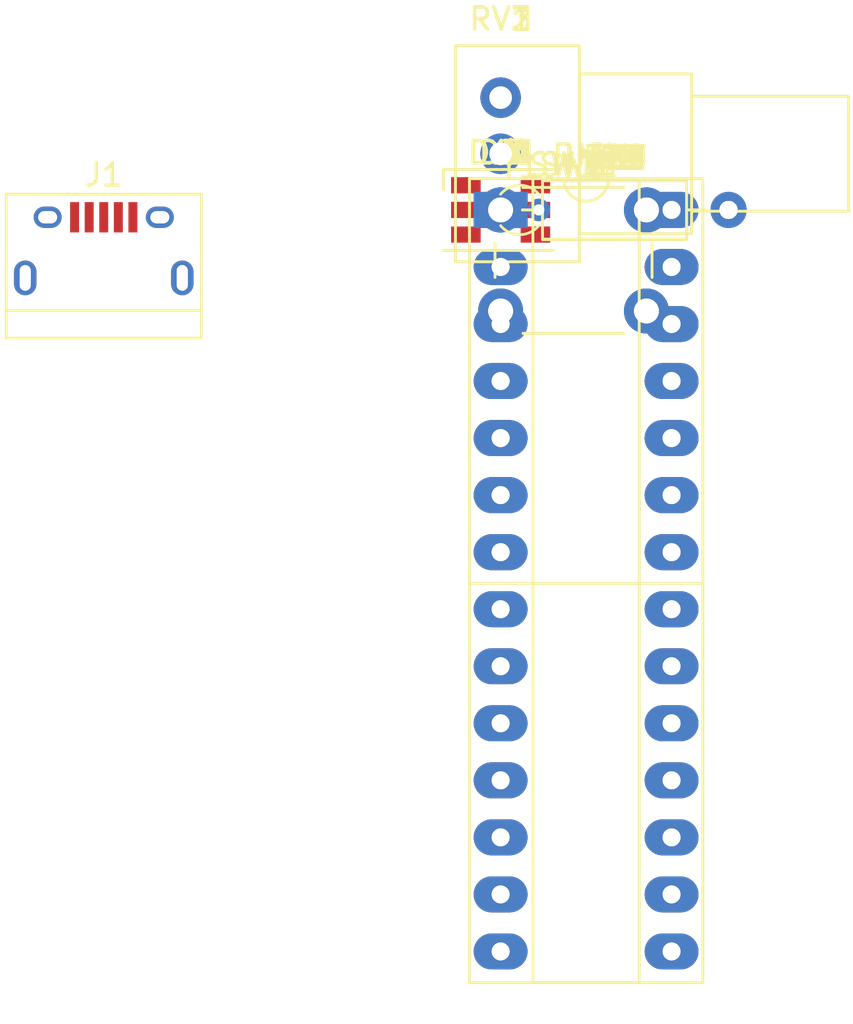
<source format=kicad_pcb>
(kicad_pcb (version 4) (host pcbnew 4.0.6)
  (layers (0 F.Cu signal) (31 B.Cu signal) (34 B.Paste user) (35 F.Paste user) (36 B.SilkS user) (37 F.SilkS user) (38 B.Mask user) (39 F.Mask user) (44 Edge.Cuts user))
  (net 0 "")
  (net 1 LED7)
  (net 2 "Net-(D1-Pad2)")
  (net 3 "Net-(D1-Pad3)")
  (net 4 "Net-(D1-Pad4)")
  (net 5 LED9)
  (net 6 "Net-(D2-Pad2)")
  (net 7 "Net-(D2-Pad3)")
  (net 8 "Net-(D2-Pad4)")
  (net 9 LED11)
  (net 10 "Net-(D3-Pad2)")
  (net 11 "Net-(D3-Pad3)")
  (net 12 "Net-(D3-Pad4)")
  (net 13 LED13)
  (net 14 "Net-(D4-Pad2)")
  (net 15 "Net-(D4-Pad3)")
  (net 16 "Net-(D4-Pad4)")
  (net 17 LED1)
  (net 18 "Net-(D5-Pad2)")
  (net 19 "Net-(D5-Pad3)")
  (net 20 "Net-(D5-Pad4)")
  (net 21 LED3)
  (net 22 "Net-(D6-Pad2)")
  (net 23 "Net-(D6-Pad3)")
  (net 24 "Net-(D6-Pad4)")
  (net 25 LED5)
  (net 26 "Net-(D7-Pad2)")
  (net 27 "Net-(D7-Pad3)")
  (net 28 "Net-(D7-Pad4)")
  (net 29 LED8)
  (net 30 "Net-(D8-Pad2)")
  (net 31 "Net-(D8-Pad3)")
  (net 32 "Net-(D8-Pad4)")
  (net 33 LED10)
  (net 34 "Net-(D9-Pad2)")
  (net 35 "Net-(D9-Pad3)")
  (net 36 "Net-(D9-Pad4)")
  (net 37 LED12)
  (net 38 "Net-(D10-Pad2)")
  (net 39 "Net-(D10-Pad3)")
  (net 40 "Net-(D10-Pad4)")
  (net 41 LED14)
  (net 42 "Net-(D11-Pad2)")
  (net 43 "Net-(D11-Pad3)")
  (net 44 "Net-(D11-Pad4)")
  (net 45 LED2)
  (net 46 "Net-(D12-Pad2)")
  (net 47 "Net-(D12-Pad3)")
  (net 48 "Net-(D12-Pad4)")
  (net 49 LED4)
  (net 50 "Net-(D13-Pad2)")
  (net 51 "Net-(D13-Pad3)")
  (net 52 "Net-(D13-Pad4)")
  (net 53 LED6)
  (net 54 "Net-(D14-Pad2)")
  (net 55 "Net-(D14-Pad3)")
  (net 56 "Net-(D14-Pad4)")
  (net 57 "Net-(J1-Pad1)")
  (net 58 "Net-(J1-Pad2)")
  (net 59 "Net-(J1-Pad3)")
  (net 60 "Net-(J1-Pad4)")
  (net 61 GND)
  (net 62 LED_R)
  (net 63 LED_G)
  (net 64 LED_B)
  (net 65 "Net-(R12-Pad1)")
  (net 66 BUT7)
  (net 67 BUT9)
  (net 68 BUT11)
  (net 69 BUT1)
  (net 70 BUT3)
  (net 71 BUT5)
  (net 72 BUT8)
  (net 73 BUT10)
  (net 74 BUT2)
  (net 75 BUT4)
  (net 76 BUT6)
  (net 77 SCL)
  (net 78 +5VD)
  (net 79 SDA)
  (net 80 "Net-(RN1-Pad8)")
  (net 81 "Net-(RN1-Pad2)")
  (net 82 "Net-(RN1-Pad3)")
  (net 83 TXD)
  (net 84 RXD)
  (net 85 "Net-(RN1-Pad7)")
  (net 86 POT2)
  (net 87 POT1)
  (net 88 POT3)
  (net 89 "Net-(U1-Pad19)")
  (net 90 "Net-(U1-Pad20)")
  (net 91 BUT12)
  (net 92 "Net-(U1-Pad25)")
  (net 93 "Net-(U1-Pad26)")
  (net 94 "Net-(U1-Pad27)")
  (net 95 "Net-(U1-Pad28)")
  (net 96 RST)
  (net 97 "Net-(U2-Pad9)")
  (net 98 "Net-(U2-Pad10)")
  (module LEDs:LED_RGB_PLCC-6 (layer F.Cu) (at 148.5011 105.0036)
    (fp_text reference D1 (at 0 -2.55 180) (layer F.SilkS))
    (fp_text value LED_ARGB)
    (pad 1 smd rect (at -1.55 -1.1 90) (size 0.7 1.3) (layers F.Cu F.Paste F.Mask) (net 1 LED7))
    (pad 2 smd rect (at -1.55 0 90) (size 0.7 1.3) (layers F.Cu F.Paste F.Mask) (net 2 "Net-(D1-Pad2)"))
    (pad 3 smd rect (at -1.55 1.1 90) (size 0.7 1.3) (layers F.Cu F.Paste F.Mask) (net 3 "Net-(D1-Pad3)"))
    (pad 4 smd rect (at 1.55 1.1 90) (size 0.7 1.3) (layers F.Cu F.Paste F.Mask) (net 4 "Net-(D1-Pad4)"))
    (pad 5 smd rect (at 1.55 0 90) (size 0.7 1.3) (layers F.Cu F.Paste F.Mask))
    (pad 6 smd rect (at 1.55 -1.1 90) (size 0.7 1.3) (layers F.Cu F.Paste F.Mask))
  )
  (module LEDs:LED_RGB_PLCC-6 (layer F.Cu) (at 148.5011 105.0036)
    (fp_text reference D2 (at 0 -2.55 180) (layer F.SilkS))
    (fp_text value LED_ARGB)
    (pad 1 smd rect (at -1.55 -1.1 90) (size 0.7 1.3) (layers F.Cu F.Paste F.Mask) (net 5 LED9))
    (pad 2 smd rect (at -1.55 0 90) (size 0.7 1.3) (layers F.Cu F.Paste F.Mask) (net 6 "Net-(D2-Pad2)"))
    (pad 3 smd rect (at -1.55 1.1 90) (size 0.7 1.3) (layers F.Cu F.Paste F.Mask) (net 7 "Net-(D2-Pad3)"))
    (pad 4 smd rect (at 1.55 1.1 90) (size 0.7 1.3) (layers F.Cu F.Paste F.Mask) (net 8 "Net-(D2-Pad4)"))
    (pad 5 smd rect (at 1.55 0 90) (size 0.7 1.3) (layers F.Cu F.Paste F.Mask))
    (pad 6 smd rect (at 1.55 -1.1 90) (size 0.7 1.3) (layers F.Cu F.Paste F.Mask))
  )
  (module LEDs:LED_RGB_PLCC-6 (layer F.Cu) (at 148.5011 105.0036)
    (fp_text reference D3 (at 0 -2.55 180) (layer F.SilkS))
    (fp_text value LED_ARGB)
    (pad 1 smd rect (at -1.55 -1.1 90) (size 0.7 1.3) (layers F.Cu F.Paste F.Mask) (net 9 LED11))
    (pad 2 smd rect (at -1.55 0 90) (size 0.7 1.3) (layers F.Cu F.Paste F.Mask) (net 10 "Net-(D3-Pad2)"))
    (pad 3 smd rect (at -1.55 1.1 90) (size 0.7 1.3) (layers F.Cu F.Paste F.Mask) (net 11 "Net-(D3-Pad3)"))
    (pad 4 smd rect (at 1.55 1.1 90) (size 0.7 1.3) (layers F.Cu F.Paste F.Mask) (net 12 "Net-(D3-Pad4)"))
    (pad 5 smd rect (at 1.55 0 90) (size 0.7 1.3) (layers F.Cu F.Paste F.Mask))
    (pad 6 smd rect (at 1.55 -1.1 90) (size 0.7 1.3) (layers F.Cu F.Paste F.Mask))
  )
  (module LEDs:LED_RGB_PLCC-6 (layer F.Cu) (at 148.5011 105.0036)
    (fp_text reference D4 (at 0 -2.55 180) (layer F.SilkS))
    (fp_text value LED_ARGB)
    (pad 1 smd rect (at -1.55 -1.1 90) (size 0.7 1.3) (layers F.Cu F.Paste F.Mask) (net 13 LED13))
    (pad 2 smd rect (at -1.55 0 90) (size 0.7 1.3) (layers F.Cu F.Paste F.Mask) (net 14 "Net-(D4-Pad2)"))
    (pad 3 smd rect (at -1.55 1.1 90) (size 0.7 1.3) (layers F.Cu F.Paste F.Mask) (net 15 "Net-(D4-Pad3)"))
    (pad 4 smd rect (at 1.55 1.1 90) (size 0.7 1.3) (layers F.Cu F.Paste F.Mask) (net 16 "Net-(D4-Pad4)"))
    (pad 5 smd rect (at 1.55 0 90) (size 0.7 1.3) (layers F.Cu F.Paste F.Mask))
    (pad 6 smd rect (at 1.55 -1.1 90) (size 0.7 1.3) (layers F.Cu F.Paste F.Mask))
  )
  (module LEDs:LED_RGB_PLCC-6 (layer F.Cu) (at 148.5011 105.0036)
    (fp_text reference D5 (at 0 -2.55 180) (layer F.SilkS))
    (fp_text value LED_ARGB)
    (pad 1 smd rect (at -1.55 -1.1 90) (size 0.7 1.3) (layers F.Cu F.Paste F.Mask) (net 17 LED1))
    (pad 2 smd rect (at -1.55 0 90) (size 0.7 1.3) (layers F.Cu F.Paste F.Mask) (net 18 "Net-(D5-Pad2)"))
    (pad 3 smd rect (at -1.55 1.1 90) (size 0.7 1.3) (layers F.Cu F.Paste F.Mask) (net 19 "Net-(D5-Pad3)"))
    (pad 4 smd rect (at 1.55 1.1 90) (size 0.7 1.3) (layers F.Cu F.Paste F.Mask) (net 20 "Net-(D5-Pad4)"))
    (pad 5 smd rect (at 1.55 0 90) (size 0.7 1.3) (layers F.Cu F.Paste F.Mask))
    (pad 6 smd rect (at 1.55 -1.1 90) (size 0.7 1.3) (layers F.Cu F.Paste F.Mask))
  )
  (module LEDs:LED_RGB_PLCC-6 (layer F.Cu) (at 148.5011 105.0036)
    (fp_text reference D6 (at 0 -2.55 180) (layer F.SilkS))
    (fp_text value LED_ARGB)
    (pad 1 smd rect (at -1.55 -1.1 90) (size 0.7 1.3) (layers F.Cu F.Paste F.Mask) (net 21 LED3))
    (pad 2 smd rect (at -1.55 0 90) (size 0.7 1.3) (layers F.Cu F.Paste F.Mask) (net 22 "Net-(D6-Pad2)"))
    (pad 3 smd rect (at -1.55 1.1 90) (size 0.7 1.3) (layers F.Cu F.Paste F.Mask) (net 23 "Net-(D6-Pad3)"))
    (pad 4 smd rect (at 1.55 1.1 90) (size 0.7 1.3) (layers F.Cu F.Paste F.Mask) (net 24 "Net-(D6-Pad4)"))
    (pad 5 smd rect (at 1.55 0 90) (size 0.7 1.3) (layers F.Cu F.Paste F.Mask))
    (pad 6 smd rect (at 1.55 -1.1 90) (size 0.7 1.3) (layers F.Cu F.Paste F.Mask))
  )
  (module LEDs:LED_RGB_PLCC-6 (layer F.Cu) (at 148.5011 105.0036)
    (fp_text reference D7 (at 0 -2.55 180) (layer F.SilkS))
    (fp_text value LED_ARGB)
    (pad 1 smd rect (at -1.55 -1.1 90) (size 0.7 1.3) (layers F.Cu F.Paste F.Mask) (net 25 LED5))
    (pad 2 smd rect (at -1.55 0 90) (size 0.7 1.3) (layers F.Cu F.Paste F.Mask) (net 26 "Net-(D7-Pad2)"))
    (pad 3 smd rect (at -1.55 1.1 90) (size 0.7 1.3) (layers F.Cu F.Paste F.Mask) (net 27 "Net-(D7-Pad3)"))
    (pad 4 smd rect (at 1.55 1.1 90) (size 0.7 1.3) (layers F.Cu F.Paste F.Mask) (net 28 "Net-(D7-Pad4)"))
    (pad 5 smd rect (at 1.55 0 90) (size 0.7 1.3) (layers F.Cu F.Paste F.Mask))
    (pad 6 smd rect (at 1.55 -1.1 90) (size 0.7 1.3) (layers F.Cu F.Paste F.Mask))
  )
  (module LEDs:LED_RGB_PLCC-6 (layer F.Cu) (at 148.5011 105.0036)
    (fp_text reference D8 (at 0 -2.55 180) (layer F.SilkS))
    (fp_text value LED_ARGB)
    (pad 1 smd rect (at -1.55 -1.1 90) (size 0.7 1.3) (layers F.Cu F.Paste F.Mask) (net 29 LED8))
    (pad 2 smd rect (at -1.55 0 90) (size 0.7 1.3) (layers F.Cu F.Paste F.Mask) (net 30 "Net-(D8-Pad2)"))
    (pad 3 smd rect (at -1.55 1.1 90) (size 0.7 1.3) (layers F.Cu F.Paste F.Mask) (net 31 "Net-(D8-Pad3)"))
    (pad 4 smd rect (at 1.55 1.1 90) (size 0.7 1.3) (layers F.Cu F.Paste F.Mask) (net 32 "Net-(D8-Pad4)"))
    (pad 5 smd rect (at 1.55 0 90) (size 0.7 1.3) (layers F.Cu F.Paste F.Mask))
    (pad 6 smd rect (at 1.55 -1.1 90) (size 0.7 1.3) (layers F.Cu F.Paste F.Mask))
  )
  (module LEDs:LED_RGB_PLCC-6 (layer F.Cu) (at 148.5011 105.0036)
    (fp_text reference D9 (at 0 -2.55 180) (layer F.SilkS))
    (fp_text value LED_ARGB)
    (pad 1 smd rect (at -1.55 -1.1 90) (size 0.7 1.3) (layers F.Cu F.Paste F.Mask) (net 33 LED10))
    (pad 2 smd rect (at -1.55 0 90) (size 0.7 1.3) (layers F.Cu F.Paste F.Mask) (net 34 "Net-(D9-Pad2)"))
    (pad 3 smd rect (at -1.55 1.1 90) (size 0.7 1.3) (layers F.Cu F.Paste F.Mask) (net 35 "Net-(D9-Pad3)"))
    (pad 4 smd rect (at 1.55 1.1 90) (size 0.7 1.3) (layers F.Cu F.Paste F.Mask) (net 36 "Net-(D9-Pad4)"))
    (pad 5 smd rect (at 1.55 0 90) (size 0.7 1.3) (layers F.Cu F.Paste F.Mask))
    (pad 6 smd rect (at 1.55 -1.1 90) (size 0.7 1.3) (layers F.Cu F.Paste F.Mask))
  )
  (module LEDs:LED_RGB_PLCC-6 (layer F.Cu) (at 148.5011 105.0036)
    (fp_text reference D10 (at 0 -2.55 180) (layer F.SilkS))
    (fp_text value LED_ARGB)
    (pad 1 smd rect (at -1.55 -1.1 90) (size 0.7 1.3) (layers F.Cu F.Paste F.Mask) (net 37 LED12))
    (pad 2 smd rect (at -1.55 0 90) (size 0.7 1.3) (layers F.Cu F.Paste F.Mask) (net 38 "Net-(D10-Pad2)"))
    (pad 3 smd rect (at -1.55 1.1 90) (size 0.7 1.3) (layers F.Cu F.Paste F.Mask) (net 39 "Net-(D10-Pad3)"))
    (pad 4 smd rect (at 1.55 1.1 90) (size 0.7 1.3) (layers F.Cu F.Paste F.Mask) (net 40 "Net-(D10-Pad4)"))
    (pad 5 smd rect (at 1.55 0 90) (size 0.7 1.3) (layers F.Cu F.Paste F.Mask))
    (pad 6 smd rect (at 1.55 -1.1 90) (size 0.7 1.3) (layers F.Cu F.Paste F.Mask))
  )
  (module LEDs:LED_RGB_PLCC-6 (layer F.Cu) (at 148.5011 105.0036)
    (fp_text reference D11 (at 0 -2.55 180) (layer F.SilkS))
    (fp_text value LED_ARGB)
    (pad 1 smd rect (at -1.55 -1.1 90) (size 0.7 1.3) (layers F.Cu F.Paste F.Mask) (net 41 LED14))
    (pad 2 smd rect (at -1.55 0 90) (size 0.7 1.3) (layers F.Cu F.Paste F.Mask) (net 42 "Net-(D11-Pad2)"))
    (pad 3 smd rect (at -1.55 1.1 90) (size 0.7 1.3) (layers F.Cu F.Paste F.Mask) (net 43 "Net-(D11-Pad3)"))
    (pad 4 smd rect (at 1.55 1.1 90) (size 0.7 1.3) (layers F.Cu F.Paste F.Mask) (net 44 "Net-(D11-Pad4)"))
    (pad 5 smd rect (at 1.55 0 90) (size 0.7 1.3) (layers F.Cu F.Paste F.Mask))
    (pad 6 smd rect (at 1.55 -1.1 90) (size 0.7 1.3) (layers F.Cu F.Paste F.Mask))
  )
  (module LEDs:LED_RGB_PLCC-6 (layer F.Cu) (at 148.5011 105.0036)
    (fp_text reference D12 (at 0 -2.55 180) (layer F.SilkS))
    (fp_text value LED_ARGB)
    (pad 1 smd rect (at -1.55 -1.1 90) (size 0.7 1.3) (layers F.Cu F.Paste F.Mask) (net 45 LED2))
    (pad 2 smd rect (at -1.55 0 90) (size 0.7 1.3) (layers F.Cu F.Paste F.Mask) (net 46 "Net-(D12-Pad2)"))
    (pad 3 smd rect (at -1.55 1.1 90) (size 0.7 1.3) (layers F.Cu F.Paste F.Mask) (net 47 "Net-(D12-Pad3)"))
    (pad 4 smd rect (at 1.55 1.1 90) (size 0.7 1.3) (layers F.Cu F.Paste F.Mask) (net 48 "Net-(D12-Pad4)"))
    (pad 5 smd rect (at 1.55 0 90) (size 0.7 1.3) (layers F.Cu F.Paste F.Mask))
    (pad 6 smd rect (at 1.55 -1.1 90) (size 0.7 1.3) (layers F.Cu F.Paste F.Mask))
  )
  (module LEDs:LED_RGB_PLCC-6 (layer F.Cu) (at 148.5011 105.0036)
    (fp_text reference D13 (at 0 -2.55 180) (layer F.SilkS))
    (fp_text value LED_ARGB)
    (pad 1 smd rect (at -1.55 -1.1 90) (size 0.7 1.3) (layers F.Cu F.Paste F.Mask) (net 49 LED4))
    (pad 2 smd rect (at -1.55 0 90) (size 0.7 1.3) (layers F.Cu F.Paste F.Mask) (net 50 "Net-(D13-Pad2)"))
    (pad 3 smd rect (at -1.55 1.1 90) (size 0.7 1.3) (layers F.Cu F.Paste F.Mask) (net 51 "Net-(D13-Pad3)"))
    (pad 4 smd rect (at 1.55 1.1 90) (size 0.7 1.3) (layers F.Cu F.Paste F.Mask) (net 52 "Net-(D13-Pad4)"))
    (pad 5 smd rect (at 1.55 0 90) (size 0.7 1.3) (layers F.Cu F.Paste F.Mask))
    (pad 6 smd rect (at 1.55 -1.1 90) (size 0.7 1.3) (layers F.Cu F.Paste F.Mask))
  )
  (module LEDs:LED_RGB_PLCC-6 (layer F.Cu) (at 148.5011 105.0036)
    (fp_text reference D14 (at 0 -2.55 180) (layer F.SilkS))
    (fp_text value LED_ARGB)
    (pad 1 smd rect (at -1.55 -1.1 90) (size 0.7 1.3) (layers F.Cu F.Paste F.Mask) (net 53 LED6))
    (pad 2 smd rect (at -1.55 0 90) (size 0.7 1.3) (layers F.Cu F.Paste F.Mask) (net 54 "Net-(D14-Pad2)"))
    (pad 3 smd rect (at -1.55 1.1 90) (size 0.7 1.3) (layers F.Cu F.Paste F.Mask) (net 55 "Net-(D14-Pad3)"))
    (pad 4 smd rect (at 1.55 1.1 90) (size 0.7 1.3) (layers F.Cu F.Paste F.Mask) (net 56 "Net-(D14-Pad4)"))
    (pad 5 smd rect (at 1.55 0 90) (size 0.7 1.3) (layers F.Cu F.Paste F.Mask))
    (pad 6 smd rect (at 1.55 -1.1 90) (size 0.7 1.3) (layers F.Cu F.Paste F.Mask))
  )
  (module Connectors:USB_Micro-B (layer F.Cu) (at 130.81 106.68)
    (fp_text reference J1 (at 0 -3.24) (layer F.SilkS))
    (fp_text value USB_OTG)
    (pad 1 smd rect (at -1.3 -1.35 90) (size 1.35 0.4) (layers F.Cu F.Paste F.Mask) (net 57 "Net-(J1-Pad1)"))
    (pad 2 smd rect (at -0.65 -1.35 90) (size 1.35 0.4) (layers F.Cu F.Paste F.Mask) (net 58 "Net-(J1-Pad2)"))
    (pad 3 smd rect (at 0 -1.35 90) (size 1.35 0.4) (layers F.Cu F.Paste F.Mask) (net 59 "Net-(J1-Pad3)"))
    (pad 4 smd rect (at 0.65 -1.35 90) (size 1.35 0.4) (layers F.Cu F.Paste F.Mask) (net 60 "Net-(J1-Pad4)"))
    (pad 5 smd rect (at 1.3 -1.35 90) (size 1.35 0.4) (layers F.Cu F.Paste F.Mask) (net 61 GND))
    (pad 6 thru_hole oval (at -2.5 -1.35 90) (size 0.95 1.25) (drill oval 0.55 0.85) (layers *.Cu *.Mask) (net 61 GND))
    (pad 6 thru_hole oval (at 2.5 -1.35 90) (size 0.95 1.25) (drill oval 0.55 0.85) (layers *.Cu *.Mask) (net 61 GND))
    (pad 6 thru_hole oval (at -3.5 1.35 90) (size 1.55 1) (drill oval 1.15 0.5) (layers *.Cu *.Mask) (net 61 GND))
    (pad 6 thru_hole oval (at 3.5 1.35 90) (size 1.55 1) (drill oval 1.15 0.5) (layers *.Cu *.Mask) (net 61 GND))
  )
  (module Resistors_THT:R_Axial_DIN0207_L6.3mm_D2.5mm_P10.16mm_Horizontal (layer F.Cu) (at 148.5011 105.0036)
    (fp_text reference R1 (at 5.08 -2.31) (layer F.SilkS))
    (fp_text value 120R)
    (pad 1 thru_hole circle (at 0 0) (size 1.6 1.6) (drill 0.8) (layers *.Cu *.Mask) (net 62 LED_R))
    (pad 2 thru_hole oval (at 10.16 0) (size 1.6 1.6) (drill 0.8) (layers *.Cu *.Mask) (net 2 "Net-(D1-Pad2)"))
  )
  (module Resistors_THT:R_Axial_DIN0207_L6.3mm_D2.5mm_P10.16mm_Horizontal (layer F.Cu) (at 148.5011 105.0036)
    (fp_text reference R2 (at 5.08 -2.31) (layer F.SilkS))
    (fp_text value 100R)
    (pad 1 thru_hole circle (at 0 0) (size 1.6 1.6) (drill 0.8) (layers *.Cu *.Mask) (net 63 LED_G))
    (pad 2 thru_hole oval (at 10.16 0) (size 1.6 1.6) (drill 0.8) (layers *.Cu *.Mask) (net 3 "Net-(D1-Pad3)"))
  )
  (module Resistors_THT:R_Axial_DIN0207_L6.3mm_D2.5mm_P10.16mm_Horizontal (layer F.Cu) (at 148.5011 105.0036)
    (fp_text reference R3 (at 5.08 -2.31) (layer F.SilkS))
    (fp_text value 100R)
    (pad 1 thru_hole circle (at 0 0) (size 1.6 1.6) (drill 0.8) (layers *.Cu *.Mask) (net 64 LED_B))
    (pad 2 thru_hole oval (at 10.16 0) (size 1.6 1.6) (drill 0.8) (layers *.Cu *.Mask) (net 4 "Net-(D1-Pad4)"))
  )
  (module Resistors_THT:R_Axial_DIN0207_L6.3mm_D2.5mm_P10.16mm_Horizontal (layer F.Cu) (at 148.5011 105.0036)
    (fp_text reference R4 (at 5.08 -2.31) (layer F.SilkS))
    (fp_text value 10K)
    (pad 1 thru_hole circle (at 0 0) (size 1.6 1.6) (drill 0.8) (layers *.Cu *.Mask) (net 65 "Net-(R12-Pad1)"))
    (pad 2 thru_hole oval (at 10.16 0) (size 1.6 1.6) (drill 0.8) (layers *.Cu *.Mask) (net 66 BUT7))
  )
  (module Resistors_THT:R_Axial_DIN0207_L6.3mm_D2.5mm_P10.16mm_Horizontal (layer F.Cu) (at 148.5011 105.0036)
    (fp_text reference R5 (at 5.08 -2.31) (layer F.SilkS))
    (fp_text value 120R)
    (pad 1 thru_hole circle (at 0 0) (size 1.6 1.6) (drill 0.8) (layers *.Cu *.Mask) (net 62 LED_R))
    (pad 2 thru_hole oval (at 10.16 0) (size 1.6 1.6) (drill 0.8) (layers *.Cu *.Mask) (net 6 "Net-(D2-Pad2)"))
  )
  (module Resistors_THT:R_Axial_DIN0207_L6.3mm_D2.5mm_P10.16mm_Horizontal (layer F.Cu) (at 148.5011 105.0036)
    (fp_text reference R6 (at 5.08 -2.31) (layer F.SilkS))
    (fp_text value 100R)
    (pad 1 thru_hole circle (at 0 0) (size 1.6 1.6) (drill 0.8) (layers *.Cu *.Mask) (net 63 LED_G))
    (pad 2 thru_hole oval (at 10.16 0) (size 1.6 1.6) (drill 0.8) (layers *.Cu *.Mask) (net 7 "Net-(D2-Pad3)"))
  )
  (module Resistors_THT:R_Axial_DIN0207_L6.3mm_D2.5mm_P10.16mm_Horizontal (layer F.Cu) (at 148.5011 105.0036)
    (fp_text reference R7 (at 5.08 -2.31) (layer F.SilkS))
    (fp_text value 100R)
    (pad 1 thru_hole circle (at 0 0) (size 1.6 1.6) (drill 0.8) (layers *.Cu *.Mask) (net 64 LED_B))
    (pad 2 thru_hole oval (at 10.16 0) (size 1.6 1.6) (drill 0.8) (layers *.Cu *.Mask) (net 8 "Net-(D2-Pad4)"))
  )
  (module Resistors_THT:R_Axial_DIN0207_L6.3mm_D2.5mm_P10.16mm_Horizontal (layer F.Cu) (at 148.5011 105.0036)
    (fp_text reference R8 (at 5.08 -2.31) (layer F.SilkS))
    (fp_text value 10K)
    (pad 1 thru_hole circle (at 0 0) (size 1.6 1.6) (drill 0.8) (layers *.Cu *.Mask) (net 65 "Net-(R12-Pad1)"))
    (pad 2 thru_hole oval (at 10.16 0) (size 1.6 1.6) (drill 0.8) (layers *.Cu *.Mask) (net 67 BUT9))
  )
  (module Resistors_THT:R_Axial_DIN0207_L6.3mm_D2.5mm_P10.16mm_Horizontal (layer F.Cu) (at 148.5011 105.0036)
    (fp_text reference R9 (at 5.08 -2.31) (layer F.SilkS))
    (fp_text value 120R)
    (pad 1 thru_hole circle (at 0 0) (size 1.6 1.6) (drill 0.8) (layers *.Cu *.Mask) (net 62 LED_R))
    (pad 2 thru_hole oval (at 10.16 0) (size 1.6 1.6) (drill 0.8) (layers *.Cu *.Mask) (net 10 "Net-(D3-Pad2)"))
  )
  (module Resistors_THT:R_Axial_DIN0207_L6.3mm_D2.5mm_P10.16mm_Horizontal (layer F.Cu) (at 148.5011 105.0036)
    (fp_text reference R10 (at 5.08 -2.31) (layer F.SilkS))
    (fp_text value 100R)
    (pad 1 thru_hole circle (at 0 0) (size 1.6 1.6) (drill 0.8) (layers *.Cu *.Mask) (net 63 LED_G))
    (pad 2 thru_hole oval (at 10.16 0) (size 1.6 1.6) (drill 0.8) (layers *.Cu *.Mask) (net 11 "Net-(D3-Pad3)"))
  )
  (module Resistors_THT:R_Axial_DIN0207_L6.3mm_D2.5mm_P10.16mm_Horizontal (layer F.Cu) (at 148.5011 105.0036)
    (fp_text reference R11 (at 5.08 -2.31) (layer F.SilkS))
    (fp_text value 100R)
    (pad 1 thru_hole circle (at 0 0) (size 1.6 1.6) (drill 0.8) (layers *.Cu *.Mask) (net 64 LED_B))
    (pad 2 thru_hole oval (at 10.16 0) (size 1.6 1.6) (drill 0.8) (layers *.Cu *.Mask) (net 12 "Net-(D3-Pad4)"))
  )
  (module Resistors_THT:R_Axial_DIN0207_L6.3mm_D2.5mm_P10.16mm_Horizontal (layer F.Cu) (at 148.5011 105.0036)
    (fp_text reference R12 (at 5.08 -2.31) (layer F.SilkS))
    (fp_text value 10K)
    (pad 1 thru_hole circle (at 0 0) (size 1.6 1.6) (drill 0.8) (layers *.Cu *.Mask) (net 65 "Net-(R12-Pad1)"))
    (pad 2 thru_hole oval (at 10.16 0) (size 1.6 1.6) (drill 0.8) (layers *.Cu *.Mask) (net 68 BUT11))
  )
  (module Resistors_THT:R_Axial_DIN0207_L6.3mm_D2.5mm_P10.16mm_Horizontal (layer F.Cu) (at 148.5011 105.0036)
    (fp_text reference R13 (at 5.08 -2.31) (layer F.SilkS))
    (fp_text value 120R)
    (pad 1 thru_hole circle (at 0 0) (size 1.6 1.6) (drill 0.8) (layers *.Cu *.Mask) (net 62 LED_R))
    (pad 2 thru_hole oval (at 10.16 0) (size 1.6 1.6) (drill 0.8) (layers *.Cu *.Mask) (net 14 "Net-(D4-Pad2)"))
  )
  (module Resistors_THT:R_Axial_DIN0207_L6.3mm_D2.5mm_P10.16mm_Horizontal (layer F.Cu) (at 148.5011 105.0036)
    (fp_text reference R14 (at 5.08 -2.31) (layer F.SilkS))
    (fp_text value 100R)
    (pad 1 thru_hole circle (at 0 0) (size 1.6 1.6) (drill 0.8) (layers *.Cu *.Mask) (net 63 LED_G))
    (pad 2 thru_hole oval (at 10.16 0) (size 1.6 1.6) (drill 0.8) (layers *.Cu *.Mask) (net 15 "Net-(D4-Pad3)"))
  )
  (module Resistors_THT:R_Axial_DIN0207_L6.3mm_D2.5mm_P10.16mm_Horizontal (layer F.Cu) (at 148.5011 105.0036)
    (fp_text reference R15 (at 5.08 -2.31) (layer F.SilkS))
    (fp_text value 100R)
    (pad 1 thru_hole circle (at 0 0) (size 1.6 1.6) (drill 0.8) (layers *.Cu *.Mask) (net 64 LED_B))
    (pad 2 thru_hole oval (at 10.16 0) (size 1.6 1.6) (drill 0.8) (layers *.Cu *.Mask) (net 16 "Net-(D4-Pad4)"))
  )
  (module Resistors_THT:R_Axial_DIN0207_L6.3mm_D2.5mm_P10.16mm_Horizontal (layer F.Cu) (at 148.5011 105.0036)
    (fp_text reference R16 (at 5.08 -2.31) (layer F.SilkS))
    (fp_text value 120R)
    (pad 1 thru_hole circle (at 0 0) (size 1.6 1.6) (drill 0.8) (layers *.Cu *.Mask) (net 62 LED_R))
    (pad 2 thru_hole oval (at 10.16 0) (size 1.6 1.6) (drill 0.8) (layers *.Cu *.Mask) (net 18 "Net-(D5-Pad2)"))
  )
  (module Resistors_THT:R_Axial_DIN0207_L6.3mm_D2.5mm_P10.16mm_Horizontal (layer F.Cu) (at 148.5011 105.0036)
    (fp_text reference R17 (at 5.08 -2.31) (layer F.SilkS))
    (fp_text value 100R)
    (pad 1 thru_hole circle (at 0 0) (size 1.6 1.6) (drill 0.8) (layers *.Cu *.Mask) (net 63 LED_G))
    (pad 2 thru_hole oval (at 10.16 0) (size 1.6 1.6) (drill 0.8) (layers *.Cu *.Mask) (net 19 "Net-(D5-Pad3)"))
  )
  (module Resistors_THT:R_Axial_DIN0207_L6.3mm_D2.5mm_P10.16mm_Horizontal (layer F.Cu) (at 148.5011 105.0036)
    (fp_text reference R18 (at 5.08 -2.31) (layer F.SilkS))
    (fp_text value 100R)
    (pad 1 thru_hole circle (at 0 0) (size 1.6 1.6) (drill 0.8) (layers *.Cu *.Mask) (net 64 LED_B))
    (pad 2 thru_hole oval (at 10.16 0) (size 1.6 1.6) (drill 0.8) (layers *.Cu *.Mask) (net 20 "Net-(D5-Pad4)"))
  )
  (module Resistors_THT:R_Axial_DIN0207_L6.3mm_D2.5mm_P10.16mm_Horizontal (layer F.Cu) (at 148.5011 105.0036)
    (fp_text reference R19 (at 5.08 -2.31) (layer F.SilkS))
    (fp_text value 10K)
    (pad 1 thru_hole circle (at 0 0) (size 1.6 1.6) (drill 0.8) (layers *.Cu *.Mask) (net 65 "Net-(R12-Pad1)"))
    (pad 2 thru_hole oval (at 10.16 0) (size 1.6 1.6) (drill 0.8) (layers *.Cu *.Mask) (net 69 BUT1))
  )
  (module Resistors_THT:R_Axial_DIN0207_L6.3mm_D2.5mm_P10.16mm_Horizontal (layer F.Cu) (at 148.5011 105.0036)
    (fp_text reference R20 (at 5.08 -2.31) (layer F.SilkS))
    (fp_text value 120R)
    (pad 1 thru_hole circle (at 0 0) (size 1.6 1.6) (drill 0.8) (layers *.Cu *.Mask) (net 62 LED_R))
    (pad 2 thru_hole oval (at 10.16 0) (size 1.6 1.6) (drill 0.8) (layers *.Cu *.Mask) (net 22 "Net-(D6-Pad2)"))
  )
  (module Resistors_THT:R_Axial_DIN0207_L6.3mm_D2.5mm_P10.16mm_Horizontal (layer F.Cu) (at 148.5011 105.0036)
    (fp_text reference R21 (at 5.08 -2.31) (layer F.SilkS))
    (fp_text value 100R)
    (pad 1 thru_hole circle (at 0 0) (size 1.6 1.6) (drill 0.8) (layers *.Cu *.Mask) (net 63 LED_G))
    (pad 2 thru_hole oval (at 10.16 0) (size 1.6 1.6) (drill 0.8) (layers *.Cu *.Mask) (net 23 "Net-(D6-Pad3)"))
  )
  (module Resistors_THT:R_Axial_DIN0207_L6.3mm_D2.5mm_P10.16mm_Horizontal (layer F.Cu) (at 148.5011 105.0036)
    (fp_text reference R22 (at 5.08 -2.31) (layer F.SilkS))
    (fp_text value 100R)
    (pad 1 thru_hole circle (at 0 0) (size 1.6 1.6) (drill 0.8) (layers *.Cu *.Mask) (net 64 LED_B))
    (pad 2 thru_hole oval (at 10.16 0) (size 1.6 1.6) (drill 0.8) (layers *.Cu *.Mask) (net 24 "Net-(D6-Pad4)"))
  )
  (module Resistors_THT:R_Axial_DIN0207_L6.3mm_D2.5mm_P10.16mm_Horizontal (layer F.Cu) (at 148.5011 105.0036)
    (fp_text reference R23 (at 5.08 -2.31) (layer F.SilkS))
    (fp_text value 10K)
    (pad 1 thru_hole circle (at 0 0) (size 1.6 1.6) (drill 0.8) (layers *.Cu *.Mask) (net 65 "Net-(R12-Pad1)"))
    (pad 2 thru_hole oval (at 10.16 0) (size 1.6 1.6) (drill 0.8) (layers *.Cu *.Mask) (net 70 BUT3))
  )
  (module Resistors_THT:R_Axial_DIN0207_L6.3mm_D2.5mm_P10.16mm_Horizontal (layer F.Cu) (at 148.5011 105.0036)
    (fp_text reference R24 (at 5.08 -2.31) (layer F.SilkS))
    (fp_text value 120R)
    (pad 1 thru_hole circle (at 0 0) (size 1.6 1.6) (drill 0.8) (layers *.Cu *.Mask) (net 62 LED_R))
    (pad 2 thru_hole oval (at 10.16 0) (size 1.6 1.6) (drill 0.8) (layers *.Cu *.Mask) (net 26 "Net-(D7-Pad2)"))
  )
  (module Resistors_THT:R_Axial_DIN0207_L6.3mm_D2.5mm_P10.16mm_Horizontal (layer F.Cu) (at 148.5011 105.0036)
    (fp_text reference R25 (at 5.08 -2.31) (layer F.SilkS))
    (fp_text value 100R)
    (pad 1 thru_hole circle (at 0 0) (size 1.6 1.6) (drill 0.8) (layers *.Cu *.Mask) (net 63 LED_G))
    (pad 2 thru_hole oval (at 10.16 0) (size 1.6 1.6) (drill 0.8) (layers *.Cu *.Mask) (net 27 "Net-(D7-Pad3)"))
  )
  (module Resistors_THT:R_Axial_DIN0207_L6.3mm_D2.5mm_P10.16mm_Horizontal (layer F.Cu) (at 148.5011 105.0036)
    (fp_text reference R26 (at 5.08 -2.31) (layer F.SilkS))
    (fp_text value 100R)
    (pad 1 thru_hole circle (at 0 0) (size 1.6 1.6) (drill 0.8) (layers *.Cu *.Mask) (net 64 LED_B))
    (pad 2 thru_hole oval (at 10.16 0) (size 1.6 1.6) (drill 0.8) (layers *.Cu *.Mask) (net 28 "Net-(D7-Pad4)"))
  )
  (module Resistors_THT:R_Axial_DIN0207_L6.3mm_D2.5mm_P10.16mm_Horizontal (layer F.Cu) (at 148.5011 105.0036)
    (fp_text reference R27 (at 5.08 -2.31) (layer F.SilkS))
    (fp_text value 10K)
    (pad 1 thru_hole circle (at 0 0) (size 1.6 1.6) (drill 0.8) (layers *.Cu *.Mask) (net 65 "Net-(R12-Pad1)"))
    (pad 2 thru_hole oval (at 10.16 0) (size 1.6 1.6) (drill 0.8) (layers *.Cu *.Mask) (net 71 BUT5))
  )
  (module Resistors_THT:R_Axial_DIN0207_L6.3mm_D2.5mm_P10.16mm_Horizontal (layer F.Cu) (at 148.5011 105.0036)
    (fp_text reference R28 (at 5.08 -2.31) (layer F.SilkS))
    (fp_text value 120R)
    (pad 1 thru_hole circle (at 0 0) (size 1.6 1.6) (drill 0.8) (layers *.Cu *.Mask) (net 30 "Net-(D8-Pad2)"))
    (pad 2 thru_hole oval (at 10.16 0) (size 1.6 1.6) (drill 0.8) (layers *.Cu *.Mask) (net 62 LED_R))
  )
  (module Resistors_THT:R_Axial_DIN0207_L6.3mm_D2.5mm_P10.16mm_Horizontal (layer F.Cu) (at 148.5011 105.0036)
    (fp_text reference R29 (at 5.08 -2.31) (layer F.SilkS))
    (fp_text value 100R)
    (pad 1 thru_hole circle (at 0 0) (size 1.6 1.6) (drill 0.8) (layers *.Cu *.Mask) (net 31 "Net-(D8-Pad3)"))
    (pad 2 thru_hole oval (at 10.16 0) (size 1.6 1.6) (drill 0.8) (layers *.Cu *.Mask) (net 63 LED_G))
  )
  (module Resistors_THT:R_Axial_DIN0207_L6.3mm_D2.5mm_P10.16mm_Horizontal (layer F.Cu) (at 148.5011 105.0036)
    (fp_text reference R30 (at 5.08 -2.31) (layer F.SilkS))
    (fp_text value 100R)
    (pad 1 thru_hole circle (at 0 0) (size 1.6 1.6) (drill 0.8) (layers *.Cu *.Mask) (net 32 "Net-(D8-Pad4)"))
    (pad 2 thru_hole oval (at 10.16 0) (size 1.6 1.6) (drill 0.8) (layers *.Cu *.Mask) (net 64 LED_B))
  )
  (module Resistors_THT:R_Axial_DIN0207_L6.3mm_D2.5mm_P10.16mm_Horizontal (layer F.Cu) (at 148.5011 105.0036)
    (fp_text reference R31 (at 5.08 -2.31) (layer F.SilkS))
    (fp_text value 10K)
    (pad 1 thru_hole circle (at 0 0) (size 1.6 1.6) (drill 0.8) (layers *.Cu *.Mask) (net 72 BUT8))
    (pad 2 thru_hole oval (at 10.16 0) (size 1.6 1.6) (drill 0.8) (layers *.Cu *.Mask) (net 65 "Net-(R12-Pad1)"))
  )
  (module Resistors_THT:R_Axial_DIN0207_L6.3mm_D2.5mm_P10.16mm_Horizontal (layer F.Cu) (at 148.5011 105.0036)
    (fp_text reference R32 (at 5.08 -2.31) (layer F.SilkS))
    (fp_text value 120R)
    (pad 1 thru_hole circle (at 0 0) (size 1.6 1.6) (drill 0.8) (layers *.Cu *.Mask) (net 34 "Net-(D9-Pad2)"))
    (pad 2 thru_hole oval (at 10.16 0) (size 1.6 1.6) (drill 0.8) (layers *.Cu *.Mask) (net 62 LED_R))
  )
  (module Resistors_THT:R_Axial_DIN0207_L6.3mm_D2.5mm_P10.16mm_Horizontal (layer F.Cu) (at 148.5011 105.0036)
    (fp_text reference R33 (at 5.08 -2.31) (layer F.SilkS))
    (fp_text value 100R)
    (pad 1 thru_hole circle (at 0 0) (size 1.6 1.6) (drill 0.8) (layers *.Cu *.Mask) (net 35 "Net-(D9-Pad3)"))
    (pad 2 thru_hole oval (at 10.16 0) (size 1.6 1.6) (drill 0.8) (layers *.Cu *.Mask) (net 63 LED_G))
  )
  (module Resistors_THT:R_Axial_DIN0207_L6.3mm_D2.5mm_P10.16mm_Horizontal (layer F.Cu) (at 148.5011 105.0036)
    (fp_text reference R34 (at 5.08 -2.31) (layer F.SilkS))
    (fp_text value 100R)
    (pad 1 thru_hole circle (at 0 0) (size 1.6 1.6) (drill 0.8) (layers *.Cu *.Mask) (net 36 "Net-(D9-Pad4)"))
    (pad 2 thru_hole oval (at 10.16 0) (size 1.6 1.6) (drill 0.8) (layers *.Cu *.Mask) (net 64 LED_B))
  )
  (module Resistors_THT:R_Axial_DIN0207_L6.3mm_D2.5mm_P10.16mm_Horizontal (layer F.Cu) (at 148.5011 105.0036)
    (fp_text reference R35 (at 5.08 -2.31) (layer F.SilkS))
    (fp_text value 10K)
    (pad 1 thru_hole circle (at 0 0) (size 1.6 1.6) (drill 0.8) (layers *.Cu *.Mask) (net 73 BUT10))
    (pad 2 thru_hole oval (at 10.16 0) (size 1.6 1.6) (drill 0.8) (layers *.Cu *.Mask) (net 65 "Net-(R12-Pad1)"))
  )
  (module Resistors_THT:R_Axial_DIN0207_L6.3mm_D2.5mm_P10.16mm_Horizontal (layer F.Cu) (at 148.5011 105.0036)
    (fp_text reference R36 (at 5.08 -2.31) (layer F.SilkS))
    (fp_text value 120R)
    (pad 1 thru_hole circle (at 0 0) (size 1.6 1.6) (drill 0.8) (layers *.Cu *.Mask) (net 38 "Net-(D10-Pad2)"))
    (pad 2 thru_hole oval (at 10.16 0) (size 1.6 1.6) (drill 0.8) (layers *.Cu *.Mask) (net 62 LED_R))
  )
  (module Resistors_THT:R_Axial_DIN0207_L6.3mm_D2.5mm_P10.16mm_Horizontal (layer F.Cu) (at 148.5011 105.0036)
    (fp_text reference R37 (at 5.08 -2.31) (layer F.SilkS))
    (fp_text value 100R)
    (pad 1 thru_hole circle (at 0 0) (size 1.6 1.6) (drill 0.8) (layers *.Cu *.Mask) (net 39 "Net-(D10-Pad3)"))
    (pad 2 thru_hole oval (at 10.16 0) (size 1.6 1.6) (drill 0.8) (layers *.Cu *.Mask) (net 63 LED_G))
  )
  (module Resistors_THT:R_Axial_DIN0207_L6.3mm_D2.5mm_P10.16mm_Horizontal (layer F.Cu) (at 148.5011 105.0036)
    (fp_text reference R38 (at 5.08 -2.31) (layer F.SilkS))
    (fp_text value 100R)
    (pad 1 thru_hole circle (at 0 0) (size 1.6 1.6) (drill 0.8) (layers *.Cu *.Mask) (net 40 "Net-(D10-Pad4)"))
    (pad 2 thru_hole oval (at 10.16 0) (size 1.6 1.6) (drill 0.8) (layers *.Cu *.Mask) (net 64 LED_B))
  )
  (module Resistors_THT:R_Axial_DIN0207_L6.3mm_D2.5mm_P10.16mm_Horizontal (layer F.Cu) (at 148.5011 105.0036)
    (fp_text reference R39 (at 5.08 -2.31) (layer F.SilkS))
    (fp_text value 120R)
    (pad 1 thru_hole circle (at 0 0) (size 1.6 1.6) (drill 0.8) (layers *.Cu *.Mask) (net 42 "Net-(D11-Pad2)"))
    (pad 2 thru_hole oval (at 10.16 0) (size 1.6 1.6) (drill 0.8) (layers *.Cu *.Mask) (net 62 LED_R))
  )
  (module Resistors_THT:R_Axial_DIN0207_L6.3mm_D2.5mm_P10.16mm_Horizontal (layer F.Cu) (at 148.5011 105.0036)
    (fp_text reference R40 (at 5.08 -2.31) (layer F.SilkS))
    (fp_text value 100R)
    (pad 1 thru_hole circle (at 0 0) (size 1.6 1.6) (drill 0.8) (layers *.Cu *.Mask) (net 43 "Net-(D11-Pad3)"))
    (pad 2 thru_hole oval (at 10.16 0) (size 1.6 1.6) (drill 0.8) (layers *.Cu *.Mask) (net 63 LED_G))
  )
  (module Resistors_THT:R_Axial_DIN0207_L6.3mm_D2.5mm_P10.16mm_Horizontal (layer F.Cu) (at 148.5011 105.0036)
    (fp_text reference R41 (at 5.08 -2.31) (layer F.SilkS))
    (fp_text value 100R)
    (pad 1 thru_hole circle (at 0 0) (size 1.6 1.6) (drill 0.8) (layers *.Cu *.Mask) (net 44 "Net-(D11-Pad4)"))
    (pad 2 thru_hole oval (at 10.16 0) (size 1.6 1.6) (drill 0.8) (layers *.Cu *.Mask) (net 64 LED_B))
  )
  (module Resistors_THT:R_Axial_DIN0207_L6.3mm_D2.5mm_P10.16mm_Horizontal (layer F.Cu) (at 148.5011 105.0036)
    (fp_text reference R42 (at 5.08 -2.31) (layer F.SilkS))
    (fp_text value 120R)
    (pad 1 thru_hole circle (at 0 0) (size 1.6 1.6) (drill 0.8) (layers *.Cu *.Mask) (net 46 "Net-(D12-Pad2)"))
    (pad 2 thru_hole oval (at 10.16 0) (size 1.6 1.6) (drill 0.8) (layers *.Cu *.Mask) (net 62 LED_R))
  )
  (module Resistors_THT:R_Axial_DIN0207_L6.3mm_D2.5mm_P10.16mm_Horizontal (layer F.Cu) (at 148.5011 105.0036)
    (fp_text reference R43 (at 5.08 -2.31) (layer F.SilkS))
    (fp_text value 100R)
    (pad 1 thru_hole circle (at 0 0) (size 1.6 1.6) (drill 0.8) (layers *.Cu *.Mask) (net 47 "Net-(D12-Pad3)"))
    (pad 2 thru_hole oval (at 10.16 0) (size 1.6 1.6) (drill 0.8) (layers *.Cu *.Mask) (net 63 LED_G))
  )
  (module Resistors_THT:R_Axial_DIN0207_L6.3mm_D2.5mm_P10.16mm_Horizontal (layer F.Cu) (at 148.5011 105.0036)
    (fp_text reference R44 (at 5.08 -2.31) (layer F.SilkS))
    (fp_text value 100R)
    (pad 1 thru_hole circle (at 0 0) (size 1.6 1.6) (drill 0.8) (layers *.Cu *.Mask) (net 48 "Net-(D12-Pad4)"))
    (pad 2 thru_hole oval (at 10.16 0) (size 1.6 1.6) (drill 0.8) (layers *.Cu *.Mask) (net 64 LED_B))
  )
  (module Resistors_THT:R_Axial_DIN0207_L6.3mm_D2.5mm_P10.16mm_Horizontal (layer F.Cu) (at 148.5011 105.0036)
    (fp_text reference R45 (at 5.08 -2.31) (layer F.SilkS))
    (fp_text value 10K)
    (pad 1 thru_hole circle (at 0 0) (size 1.6 1.6) (drill 0.8) (layers *.Cu *.Mask) (net 74 BUT2))
    (pad 2 thru_hole oval (at 10.16 0) (size 1.6 1.6) (drill 0.8) (layers *.Cu *.Mask) (net 65 "Net-(R12-Pad1)"))
  )
  (module Resistors_THT:R_Axial_DIN0207_L6.3mm_D2.5mm_P10.16mm_Horizontal (layer F.Cu) (at 148.5011 105.0036)
    (fp_text reference R46 (at 5.08 -2.31) (layer F.SilkS))
    (fp_text value 120R)
    (pad 1 thru_hole circle (at 0 0) (size 1.6 1.6) (drill 0.8) (layers *.Cu *.Mask) (net 50 "Net-(D13-Pad2)"))
    (pad 2 thru_hole oval (at 10.16 0) (size 1.6 1.6) (drill 0.8) (layers *.Cu *.Mask) (net 62 LED_R))
  )
  (module Resistors_THT:R_Axial_DIN0207_L6.3mm_D2.5mm_P10.16mm_Horizontal (layer F.Cu) (at 148.5011 105.0036)
    (fp_text reference R47 (at 5.08 -2.31) (layer F.SilkS))
    (fp_text value 100R)
    (pad 1 thru_hole circle (at 0 0) (size 1.6 1.6) (drill 0.8) (layers *.Cu *.Mask) (net 51 "Net-(D13-Pad3)"))
    (pad 2 thru_hole oval (at 10.16 0) (size 1.6 1.6) (drill 0.8) (layers *.Cu *.Mask) (net 63 LED_G))
  )
  (module Resistors_THT:R_Axial_DIN0207_L6.3mm_D2.5mm_P10.16mm_Horizontal (layer F.Cu) (at 148.5011 105.0036)
    (fp_text reference R48 (at 5.08 -2.31) (layer F.SilkS))
    (fp_text value 100R)
    (pad 1 thru_hole circle (at 0 0) (size 1.6 1.6) (drill 0.8) (layers *.Cu *.Mask) (net 52 "Net-(D13-Pad4)"))
    (pad 2 thru_hole oval (at 10.16 0) (size 1.6 1.6) (drill 0.8) (layers *.Cu *.Mask) (net 64 LED_B))
  )
  (module Resistors_THT:R_Axial_DIN0207_L6.3mm_D2.5mm_P10.16mm_Horizontal (layer F.Cu) (at 148.5011 105.0036)
    (fp_text reference R49 (at 5.08 -2.31) (layer F.SilkS))
    (fp_text value 10K)
    (pad 1 thru_hole circle (at 0 0) (size 1.6 1.6) (drill 0.8) (layers *.Cu *.Mask) (net 75 BUT4))
    (pad 2 thru_hole oval (at 10.16 0) (size 1.6 1.6) (drill 0.8) (layers *.Cu *.Mask) (net 65 "Net-(R12-Pad1)"))
  )
  (module Resistors_THT:R_Axial_DIN0207_L6.3mm_D2.5mm_P10.16mm_Horizontal (layer F.Cu) (at 148.5011 105.0036)
    (fp_text reference R50 (at 5.08 -2.31) (layer F.SilkS))
    (fp_text value 120R)
    (pad 1 thru_hole circle (at 0 0) (size 1.6 1.6) (drill 0.8) (layers *.Cu *.Mask) (net 54 "Net-(D14-Pad2)"))
    (pad 2 thru_hole oval (at 10.16 0) (size 1.6 1.6) (drill 0.8) (layers *.Cu *.Mask) (net 62 LED_R))
  )
  (module Resistors_THT:R_Axial_DIN0207_L6.3mm_D2.5mm_P10.16mm_Horizontal (layer F.Cu) (at 148.5011 105.0036)
    (fp_text reference R51 (at 5.08 -2.31) (layer F.SilkS))
    (fp_text value 100R)
    (pad 1 thru_hole circle (at 0 0) (size 1.6 1.6) (drill 0.8) (layers *.Cu *.Mask) (net 55 "Net-(D14-Pad3)"))
    (pad 2 thru_hole oval (at 10.16 0) (size 1.6 1.6) (drill 0.8) (layers *.Cu *.Mask) (net 63 LED_G))
  )
  (module Resistors_THT:R_Axial_DIN0207_L6.3mm_D2.5mm_P10.16mm_Horizontal (layer F.Cu) (at 148.5011 105.0036)
    (fp_text reference R52 (at 5.08 -2.31) (layer F.SilkS))
    (fp_text value 100R)
    (pad 1 thru_hole circle (at 0 0) (size 1.6 1.6) (drill 0.8) (layers *.Cu *.Mask) (net 56 "Net-(D14-Pad4)"))
    (pad 2 thru_hole oval (at 10.16 0) (size 1.6 1.6) (drill 0.8) (layers *.Cu *.Mask) (net 64 LED_B))
  )
  (module Resistors_THT:R_Axial_DIN0207_L6.3mm_D2.5mm_P10.16mm_Horizontal (layer F.Cu) (at 148.5011 105.0036)
    (fp_text reference R53 (at 5.08 -2.31) (layer F.SilkS))
    (fp_text value 10K)
    (pad 1 thru_hole circle (at 0 0) (size 1.6 1.6) (drill 0.8) (layers *.Cu *.Mask) (net 76 BUT6))
    (pad 2 thru_hole oval (at 10.16 0) (size 1.6 1.6) (drill 0.8) (layers *.Cu *.Mask) (net 65 "Net-(R12-Pad1)"))
  )
  (module Resistors_THT:R_Axial_DIN0207_L6.3mm_D2.5mm_P10.16mm_Horizontal (layer F.Cu) (at 148.5011 105.0036)
    (fp_text reference R54 (at 5.08 -2.31) (layer F.SilkS))
    (fp_text value 4K7)
    (pad 1 thru_hole circle (at 0 0) (size 1.6 1.6) (drill 0.8) (layers *.Cu *.Mask) (net 77 SCL))
    (pad 2 thru_hole oval (at 10.16 0) (size 1.6 1.6) (drill 0.8) (layers *.Cu *.Mask) (net 78 +5VD))
  )
  (module Resistors_THT:R_Axial_DIN0207_L6.3mm_D2.5mm_P10.16mm_Horizontal (layer F.Cu) (at 148.5011 105.0036)
    (fp_text reference R55 (at 5.08 -2.31) (layer F.SilkS))
    (fp_text value 4K7)
    (pad 1 thru_hole circle (at 0 0) (size 1.6 1.6) (drill 0.8) (layers *.Cu *.Mask) (net 79 SDA))
    (pad 2 thru_hole oval (at 10.16 0) (size 1.6 1.6) (drill 0.8) (layers *.Cu *.Mask) (net 78 +5VD))
  )
  (module Housings_DIP:DIP-14_W7.62mm_Socket_LongPads (layer F.Cu) (at 148.5011 105.0036)
    (fp_text reference RN1 (at 3.81 -2.39) (layer F.SilkS))
    (fp_text value R_Pack07)
    (pad 1 thru_hole rect (at 0 0) (size 2.4 1.6) (drill 0.8) (layers *.Cu *.Mask) (net 78 +5VD))
    (pad 8 thru_hole oval (at 7.62 15.24) (size 2.4 1.6) (drill 0.8) (layers *.Cu *.Mask) (net 80 "Net-(RN1-Pad8)"))
    (pad 2 thru_hole oval (at 0 2.54) (size 2.4 1.6) (drill 0.8) (layers *.Cu *.Mask) (net 81 "Net-(RN1-Pad2)"))
    (pad 9 thru_hole oval (at 7.62 12.7) (size 2.4 1.6) (drill 0.8) (layers *.Cu *.Mask) (net 79 SDA))
    (pad 3 thru_hole oval (at 0 5.08) (size 2.4 1.6) (drill 0.8) (layers *.Cu *.Mask) (net 82 "Net-(RN1-Pad3)"))
    (pad 10 thru_hole oval (at 7.62 10.16) (size 2.4 1.6) (drill 0.8) (layers *.Cu *.Mask) (net 77 SCL))
    (pad 4 thru_hole oval (at 0 7.62) (size 2.4 1.6) (drill 0.8) (layers *.Cu *.Mask) (net 78 +5VD))
    (pad 11 thru_hole oval (at 7.62 7.62) (size 2.4 1.6) (drill 0.8) (layers *.Cu *.Mask) (net 57 "Net-(J1-Pad1)"))
    (pad 5 thru_hole oval (at 0 10.16) (size 2.4 1.6) (drill 0.8) (layers *.Cu *.Mask) (net 83 TXD))
    (pad 12 thru_hole oval (at 7.62 5.08) (size 2.4 1.6) (drill 0.8) (layers *.Cu *.Mask) (net 58 "Net-(J1-Pad2)"))
    (pad 6 thru_hole oval (at 0 12.7) (size 2.4 1.6) (drill 0.8) (layers *.Cu *.Mask) (net 84 RXD))
    (pad 13 thru_hole oval (at 7.62 2.54) (size 2.4 1.6) (drill 0.8) (layers *.Cu *.Mask) (net 59 "Net-(J1-Pad3)"))
    (pad 7 thru_hole oval (at 0 15.24) (size 2.4 1.6) (drill 0.8) (layers *.Cu *.Mask) (net 85 "Net-(RN1-Pad7)"))
    (pad 14 thru_hole oval (at 7.62 0) (size 2.4 1.6) (drill 0.8) (layers *.Cu *.Mask) (net 61 GND))
  )
  (module Potentiometers:Potentiometer_Alps_RK09Y_Vertical (layer F.Cu) (at 148.5011 105.0036)
    (fp_text reference RV1 (at 0 -8.5) (layer F.SilkS))
    (fp_text value POT)
    (pad 3 thru_hole circle (at 0 -5) (size 1.8 1.8) (drill 1) (layers *.Cu *.Mask) (net 65 "Net-(R12-Pad1)"))
    (pad 2 thru_hole circle (at 0 -2.5) (size 1.8 1.8) (drill 1) (layers *.Cu *.Mask) (net 86 POT2))
    (pad 1 thru_hole circle (at 0 0) (size 1.8 1.8) (drill 1) (layers *.Cu *.Mask) (net 78 +5VD))
  )
  (module Potentiometers:Potentiometer_Alps_RK09Y_Vertical (layer F.Cu) (at 148.5011 105.0036)
    (fp_text reference RV2 (at 0 -8.5) (layer F.SilkS))
    (fp_text value POT)
    (pad 3 thru_hole circle (at 0 -5) (size 1.8 1.8) (drill 1) (layers *.Cu *.Mask) (net 78 +5VD))
    (pad 2 thru_hole circle (at 0 -2.5) (size 1.8 1.8) (drill 1) (layers *.Cu *.Mask) (net 87 POT1))
    (pad 1 thru_hole circle (at 0 0) (size 1.8 1.8) (drill 1) (layers *.Cu *.Mask) (net 65 "Net-(R12-Pad1)"))
  )
  (module Potentiometers:Potentiometer_Alps_RK09Y_Vertical (layer F.Cu) (at 148.5011 105.0036)
    (fp_text reference RV3 (at 0 -8.5) (layer F.SilkS))
    (fp_text value POT)
    (pad 3 thru_hole circle (at 0 -5) (size 1.8 1.8) (drill 1) (layers *.Cu *.Mask) (net 78 +5VD))
    (pad 2 thru_hole circle (at 0 -2.5) (size 1.8 1.8) (drill 1) (layers *.Cu *.Mask) (net 88 POT3))
    (pad 1 thru_hole circle (at 0 0) (size 1.8 1.8) (drill 1) (layers *.Cu *.Mask) (net 65 "Net-(R12-Pad1)"))
  )
  (module Buttons_Switches_THT:SW_PUSH_6mm (layer F.Cu) (at 148.5011 105.0036)
    (fp_text reference SW1 (at 3.25 -2) (layer F.SilkS))
    (fp_text value SW_Push)
    (pad 2 thru_hole circle (at 0 4.5 90) (size 2 2) (drill 1.1) (layers *.Cu *.Mask) (net 66 BUT7))
    (pad 1 thru_hole circle (at 0 0 90) (size 2 2) (drill 1.1) (layers *.Cu *.Mask) (net 78 +5VD))
    (pad 2 thru_hole circle (at 6.5 4.5 90) (size 2 2) (drill 1.1) (layers *.Cu *.Mask) (net 66 BUT7))
    (pad 1 thru_hole circle (at 6.5 0 90) (size 2 2) (drill 1.1) (layers *.Cu *.Mask) (net 78 +5VD))
  )
  (module Buttons_Switches_THT:SW_PUSH_6mm (layer F.Cu) (at 148.5011 105.0036)
    (fp_text reference SW2 (at 3.25 -2) (layer F.SilkS))
    (fp_text value SW_Push)
    (pad 2 thru_hole circle (at 0 4.5 90) (size 2 2) (drill 1.1) (layers *.Cu *.Mask) (net 67 BUT9))
    (pad 1 thru_hole circle (at 0 0 90) (size 2 2) (drill 1.1) (layers *.Cu *.Mask) (net 78 +5VD))
    (pad 2 thru_hole circle (at 6.5 4.5 90) (size 2 2) (drill 1.1) (layers *.Cu *.Mask) (net 67 BUT9))
    (pad 1 thru_hole circle (at 6.5 0 90) (size 2 2) (drill 1.1) (layers *.Cu *.Mask) (net 78 +5VD))
  )
  (module Buttons_Switches_THT:SW_PUSH_6mm (layer F.Cu) (at 148.5011 105.0036)
    (fp_text reference SW3 (at 3.25 -2) (layer F.SilkS))
    (fp_text value SW_Push)
    (pad 2 thru_hole circle (at 0 4.5 90) (size 2 2) (drill 1.1) (layers *.Cu *.Mask) (net 68 BUT11))
    (pad 1 thru_hole circle (at 0 0 90) (size 2 2) (drill 1.1) (layers *.Cu *.Mask) (net 78 +5VD))
    (pad 2 thru_hole circle (at 6.5 4.5 90) (size 2 2) (drill 1.1) (layers *.Cu *.Mask) (net 68 BUT11))
    (pad 1 thru_hole circle (at 6.5 0 90) (size 2 2) (drill 1.1) (layers *.Cu *.Mask) (net 78 +5VD))
  )
  (module Buttons_Switches_THT:SW_PUSH_6mm (layer F.Cu) (at 148.5011 105.0036)
    (fp_text reference SW4 (at 3.25 -2) (layer F.SilkS))
    (fp_text value SW_Push)
    (pad 2 thru_hole circle (at 0 4.5 90) (size 2 2) (drill 1.1) (layers *.Cu *.Mask) (net 69 BUT1))
    (pad 1 thru_hole circle (at 0 0 90) (size 2 2) (drill 1.1) (layers *.Cu *.Mask) (net 78 +5VD))
    (pad 2 thru_hole circle (at 6.5 4.5 90) (size 2 2) (drill 1.1) (layers *.Cu *.Mask) (net 69 BUT1))
    (pad 1 thru_hole circle (at 6.5 0 90) (size 2 2) (drill 1.1) (layers *.Cu *.Mask) (net 78 +5VD))
  )
  (module Buttons_Switches_THT:SW_PUSH_6mm (layer F.Cu) (at 148.5011 105.0036)
    (fp_text reference SW5 (at 3.25 -2) (layer F.SilkS))
    (fp_text value SW_Push)
    (pad 2 thru_hole circle (at 0 4.5 90) (size 2 2) (drill 1.1) (layers *.Cu *.Mask) (net 70 BUT3))
    (pad 1 thru_hole circle (at 0 0 90) (size 2 2) (drill 1.1) (layers *.Cu *.Mask) (net 78 +5VD))
    (pad 2 thru_hole circle (at 6.5 4.5 90) (size 2 2) (drill 1.1) (layers *.Cu *.Mask) (net 70 BUT3))
    (pad 1 thru_hole circle (at 6.5 0 90) (size 2 2) (drill 1.1) (layers *.Cu *.Mask) (net 78 +5VD))
  )
  (module Buttons_Switches_THT:SW_PUSH_6mm (layer F.Cu) (at 148.5011 105.0036)
    (fp_text reference SW6 (at 3.25 -2) (layer F.SilkS))
    (fp_text value SW_Push)
    (pad 2 thru_hole circle (at 0 4.5 90) (size 2 2) (drill 1.1) (layers *.Cu *.Mask) (net 71 BUT5))
    (pad 1 thru_hole circle (at 0 0 90) (size 2 2) (drill 1.1) (layers *.Cu *.Mask) (net 78 +5VD))
    (pad 2 thru_hole circle (at 6.5 4.5 90) (size 2 2) (drill 1.1) (layers *.Cu *.Mask) (net 71 BUT5))
    (pad 1 thru_hole circle (at 6.5 0 90) (size 2 2) (drill 1.1) (layers *.Cu *.Mask) (net 78 +5VD))
  )
  (module Buttons_Switches_THT:SW_PUSH_6mm (layer F.Cu) (at 148.5011 105.0036)
    (fp_text reference SW7 (at 3.25 -2) (layer F.SilkS))
    (fp_text value SW_Push)
    (pad 2 thru_hole circle (at 0 4.5 90) (size 2 2) (drill 1.1) (layers *.Cu *.Mask) (net 78 +5VD))
    (pad 1 thru_hole circle (at 0 0 90) (size 2 2) (drill 1.1) (layers *.Cu *.Mask) (net 72 BUT8))
    (pad 2 thru_hole circle (at 6.5 4.5 90) (size 2 2) (drill 1.1) (layers *.Cu *.Mask) (net 78 +5VD))
    (pad 1 thru_hole circle (at 6.5 0 90) (size 2 2) (drill 1.1) (layers *.Cu *.Mask) (net 72 BUT8))
  )
  (module Buttons_Switches_THT:SW_PUSH_6mm (layer F.Cu) (at 148.5011 105.0036)
    (fp_text reference SW8 (at 3.25 -2) (layer F.SilkS))
    (fp_text value SW_Push)
    (pad 2 thru_hole circle (at 0 4.5 90) (size 2 2) (drill 1.1) (layers *.Cu *.Mask) (net 78 +5VD))
    (pad 1 thru_hole circle (at 0 0 90) (size 2 2) (drill 1.1) (layers *.Cu *.Mask) (net 73 BUT10))
    (pad 2 thru_hole circle (at 6.5 4.5 90) (size 2 2) (drill 1.1) (layers *.Cu *.Mask) (net 78 +5VD))
    (pad 1 thru_hole circle (at 6.5 0 90) (size 2 2) (drill 1.1) (layers *.Cu *.Mask) (net 73 BUT10))
  )
  (module Buttons_Switches_THT:SW_PUSH_6mm (layer F.Cu) (at 148.5011 105.0036)
    (fp_text reference SW9 (at 3.25 -2) (layer F.SilkS))
    (fp_text value SW_Push)
    (pad 2 thru_hole circle (at 0 4.5 90) (size 2 2) (drill 1.1) (layers *.Cu *.Mask) (net 78 +5VD))
    (pad 1 thru_hole circle (at 0 0 90) (size 2 2) (drill 1.1) (layers *.Cu *.Mask) (net 74 BUT2))
    (pad 2 thru_hole circle (at 6.5 4.5 90) (size 2 2) (drill 1.1) (layers *.Cu *.Mask) (net 78 +5VD))
    (pad 1 thru_hole circle (at 6.5 0 90) (size 2 2) (drill 1.1) (layers *.Cu *.Mask) (net 74 BUT2))
  )
  (module Buttons_Switches_THT:SW_PUSH_6mm (layer F.Cu) (at 148.5011 105.0036)
    (fp_text reference SW10 (at 3.25 -2) (layer F.SilkS))
    (fp_text value SW_Push)
    (pad 2 thru_hole circle (at 0 4.5 90) (size 2 2) (drill 1.1) (layers *.Cu *.Mask) (net 78 +5VD))
    (pad 1 thru_hole circle (at 0 0 90) (size 2 2) (drill 1.1) (layers *.Cu *.Mask) (net 75 BUT4))
    (pad 2 thru_hole circle (at 6.5 4.5 90) (size 2 2) (drill 1.1) (layers *.Cu *.Mask) (net 78 +5VD))
    (pad 1 thru_hole circle (at 6.5 0 90) (size 2 2) (drill 1.1) (layers *.Cu *.Mask) (net 75 BUT4))
  )
  (module Buttons_Switches_THT:SW_PUSH_6mm (layer F.Cu) (at 148.5011 105.0036)
    (fp_text reference SW11 (at 3.25 -2) (layer F.SilkS))
    (fp_text value SW_Push)
    (pad 2 thru_hole circle (at 0 4.5 90) (size 2 2) (drill 1.1) (layers *.Cu *.Mask) (net 78 +5VD))
    (pad 1 thru_hole circle (at 0 0 90) (size 2 2) (drill 1.1) (layers *.Cu *.Mask) (net 76 BUT6))
    (pad 2 thru_hole circle (at 6.5 4.5 90) (size 2 2) (drill 1.1) (layers *.Cu *.Mask) (net 78 +5VD))
    (pad 1 thru_hole circle (at 6.5 0 90) (size 2 2) (drill 1.1) (layers *.Cu *.Mask) (net 76 BUT6))
  )
  (module Housings_DIP:DIP-28_W7.62mm_Socket_LongPads (layer F.Cu) (at 148.5011 105.0036)
    (fp_text reference U1 (at 3.81 -2.39) (layer F.SilkS))
    (fp_text value MCP23017)
    (pad 1 thru_hole rect (at 0 0) (size 2.4 1.6) (drill 0.8) (layers *.Cu *.Mask) (net 69 BUT1))
    (pad 15 thru_hole oval (at 7.62 33.02) (size 2.4 1.6) (drill 0.8) (layers *.Cu *.Mask) (net 61 GND))
    (pad 2 thru_hole oval (at 0 2.54) (size 2.4 1.6) (drill 0.8) (layers *.Cu *.Mask) (net 74 BUT2))
    (pad 16 thru_hole oval (at 7.62 30.48) (size 2.4 1.6) (drill 0.8) (layers *.Cu *.Mask) (net 61 GND))
    (pad 3 thru_hole oval (at 0 5.08) (size 2.4 1.6) (drill 0.8) (layers *.Cu *.Mask) (net 70 BUT3))
    (pad 17 thru_hole oval (at 7.62 27.94) (size 2.4 1.6) (drill 0.8) (layers *.Cu *.Mask) (net 61 GND))
    (pad 4 thru_hole oval (at 0 7.62) (size 2.4 1.6) (drill 0.8) (layers *.Cu *.Mask) (net 75 BUT4))
    (pad 18 thru_hole oval (at 7.62 25.4) (size 2.4 1.6) (drill 0.8) (layers *.Cu *.Mask) (net 78 +5VD))
    (pad 5 thru_hole oval (at 0 10.16) (size 2.4 1.6) (drill 0.8) (layers *.Cu *.Mask) (net 71 BUT5))
    (pad 19 thru_hole oval (at 7.62 22.86) (size 2.4 1.6) (drill 0.8) (layers *.Cu *.Mask) (net 89 "Net-(U1-Pad19)"))
    (pad 6 thru_hole oval (at 0 12.7) (size 2.4 1.6) (drill 0.8) (layers *.Cu *.Mask) (net 76 BUT6))
    (pad 20 thru_hole oval (at 7.62 20.32) (size 2.4 1.6) (drill 0.8) (layers *.Cu *.Mask) (net 90 "Net-(U1-Pad20)"))
    (pad 7 thru_hole oval (at 0 15.24) (size 2.4 1.6) (drill 0.8) (layers *.Cu *.Mask) (net 66 BUT7))
    (pad 21 thru_hole oval (at 7.62 17.78) (size 2.4 1.6) (drill 0.8) (layers *.Cu *.Mask) (net 67 BUT9))
    (pad 8 thru_hole oval (at 0 17.78) (size 2.4 1.6) (drill 0.8) (layers *.Cu *.Mask) (net 72 BUT8))
    (pad 22 thru_hole oval (at 7.62 15.24) (size 2.4 1.6) (drill 0.8) (layers *.Cu *.Mask) (net 73 BUT10))
    (pad 9 thru_hole oval (at 0 20.32) (size 2.4 1.6) (drill 0.8) (layers *.Cu *.Mask) (net 78 +5VD))
    (pad 23 thru_hole oval (at 7.62 12.7) (size 2.4 1.6) (drill 0.8) (layers *.Cu *.Mask) (net 68 BUT11))
    (pad 10 thru_hole oval (at 0 22.86) (size 2.4 1.6) (drill 0.8) (layers *.Cu *.Mask) (net 61 GND))
    (pad 24 thru_hole oval (at 7.62 10.16) (size 2.4 1.6) (drill 0.8) (layers *.Cu *.Mask) (net 91 BUT12))
    (pad 11 thru_hole oval (at 0 25.4) (size 2.4 1.6) (drill 0.8) (layers *.Cu *.Mask))
    (pad 25 thru_hole oval (at 7.62 7.62) (size 2.4 1.6) (drill 0.8) (layers *.Cu *.Mask) (net 92 "Net-(U1-Pad25)"))
    (pad 12 thru_hole oval (at 0 27.94) (size 2.4 1.6) (drill 0.8) (layers *.Cu *.Mask) (net 77 SCL))
    (pad 26 thru_hole oval (at 7.62 5.08) (size 2.4 1.6) (drill 0.8) (layers *.Cu *.Mask) (net 93 "Net-(U1-Pad26)"))
    (pad 13 thru_hole oval (at 0 30.48) (size 2.4 1.6) (drill 0.8) (layers *.Cu *.Mask) (net 79 SDA))
    (pad 27 thru_hole oval (at 7.62 2.54) (size 2.4 1.6) (drill 0.8) (layers *.Cu *.Mask) (net 94 "Net-(U1-Pad27)"))
    (pad 14 thru_hole oval (at 0 33.02) (size 2.4 1.6) (drill 0.8) (layers *.Cu *.Mask))
    (pad 28 thru_hole oval (at 7.62 0) (size 2.4 1.6) (drill 0.8) (layers *.Cu *.Mask) (net 95 "Net-(U1-Pad28)"))
  )
  (module Housings_DIP:DIP-28_W7.62mm_Socket_LongPads (layer F.Cu) (at 148.5011 105.0036)
    (fp_text reference U2 (at 3.81 -2.39) (layer F.SilkS))
    (fp_text value ATMEGA328-PU)
    (pad 1 thru_hole rect (at 0 0) (size 2.4 1.6) (drill 0.8) (layers *.Cu *.Mask) (net 96 RST))
    (pad 15 thru_hole oval (at 7.62 33.02) (size 2.4 1.6) (drill 0.8) (layers *.Cu *.Mask) (net 62 LED_R))
    (pad 2 thru_hole oval (at 0 2.54) (size 2.4 1.6) (drill 0.8) (layers *.Cu *.Mask) (net 84 RXD))
    (pad 16 thru_hole oval (at 7.62 30.48) (size 2.4 1.6) (drill 0.8) (layers *.Cu *.Mask) (net 63 LED_G))
    (pad 3 thru_hole oval (at 0 5.08) (size 2.4 1.6) (drill 0.8) (layers *.Cu *.Mask) (net 83 TXD))
    (pad 17 thru_hole oval (at 7.62 27.94) (size 2.4 1.6) (drill 0.8) (layers *.Cu *.Mask) (net 64 LED_B))
    (pad 4 thru_hole oval (at 0 7.62) (size 2.4 1.6) (drill 0.8) (layers *.Cu *.Mask) (net 25 LED5))
    (pad 18 thru_hole oval (at 7.62 25.4) (size 2.4 1.6) (drill 0.8) (layers *.Cu *.Mask) (net 45 LED2))
    (pad 5 thru_hole oval (at 0 10.16) (size 2.4 1.6) (drill 0.8) (layers *.Cu *.Mask) (net 53 LED6))
    (pad 19 thru_hole oval (at 7.62 22.86) (size 2.4 1.6) (drill 0.8) (layers *.Cu *.Mask) (net 21 LED3))
    (pad 6 thru_hole oval (at 0 12.7) (size 2.4 1.6) (drill 0.8) (layers *.Cu *.Mask) (net 1 LED7))
    (pad 20 thru_hole oval (at 7.62 20.32) (size 2.4 1.6) (drill 0.8) (layers *.Cu *.Mask) (net 78 +5VD))
    (pad 7 thru_hole oval (at 0 15.24) (size 2.4 1.6) (drill 0.8) (layers *.Cu *.Mask) (net 78 +5VD))
    (pad 21 thru_hole oval (at 7.62 17.78) (size 2.4 1.6) (drill 0.8) (layers *.Cu *.Mask) (net 78 +5VD))
    (pad 8 thru_hole oval (at 0 17.78) (size 2.4 1.6) (drill 0.8) (layers *.Cu *.Mask) (net 61 GND))
    (pad 22 thru_hole oval (at 7.62 15.24) (size 2.4 1.6) (drill 0.8) (layers *.Cu *.Mask) (net 61 GND))
    (pad 9 thru_hole oval (at 0 20.32) (size 2.4 1.6) (drill 0.8) (layers *.Cu *.Mask) (net 97 "Net-(U2-Pad9)"))
    (pad 23 thru_hole oval (at 7.62 12.7) (size 2.4 1.6) (drill 0.8) (layers *.Cu *.Mask) (net 49 LED4))
    (pad 10 thru_hole oval (at 0 22.86) (size 2.4 1.6) (drill 0.8) (layers *.Cu *.Mask) (net 98 "Net-(U2-Pad10)"))
    (pad 24 thru_hole oval (at 7.62 10.16) (size 2.4 1.6) (drill 0.8) (layers *.Cu *.Mask) (net 87 POT1))
    (pad 11 thru_hole oval (at 0 25.4) (size 2.4 1.6) (drill 0.8) (layers *.Cu *.Mask) (net 29 LED8))
    (pad 25 thru_hole oval (at 7.62 7.62) (size 2.4 1.6) (drill 0.8) (layers *.Cu *.Mask) (net 86 POT2))
    (pad 12 thru_hole oval (at 0 27.94) (size 2.4 1.6) (drill 0.8) (layers *.Cu *.Mask) (net 5 LED9))
    (pad 26 thru_hole oval (at 7.62 5.08) (size 2.4 1.6) (drill 0.8) (layers *.Cu *.Mask) (net 88 POT3))
    (pad 13 thru_hole oval (at 0 30.48) (size 2.4 1.6) (drill 0.8) (layers *.Cu *.Mask) (net 33 LED10))
    (pad 27 thru_hole oval (at 7.62 2.54) (size 2.4 1.6) (drill 0.8) (layers *.Cu *.Mask) (net 79 SDA))
    (pad 14 thru_hole oval (at 0 33.02) (size 2.4 1.6) (drill 0.8) (layers *.Cu *.Mask) (net 17 LED1))
    (pad 28 thru_hole oval (at 7.62 0) (size 2.4 1.6) (drill 0.8) (layers *.Cu *.Mask) (net 77 SCL))
  )
  (module Crystals:Crystal_DS15_d1.5mm_l5.0mm_Vertical (layer F.Cu) (at 148.5011 105.0036)
    (fp_text reference Y1 (at 0.85 -1.95) (layer F.SilkS))
    (fp_text value Crystal)
    (pad 1 thru_hole circle (at 0 0) (size 1 1) (drill 0.5) (layers *.Cu *.Mask) (net 97 "Net-(U2-Pad9)"))
    (pad 2 thru_hole circle (at 1.7 0) (size 1 1) (drill 0.5) (layers *.Cu *.Mask) (net 98 "Net-(U2-Pad10)"))
  )
)
</source>
